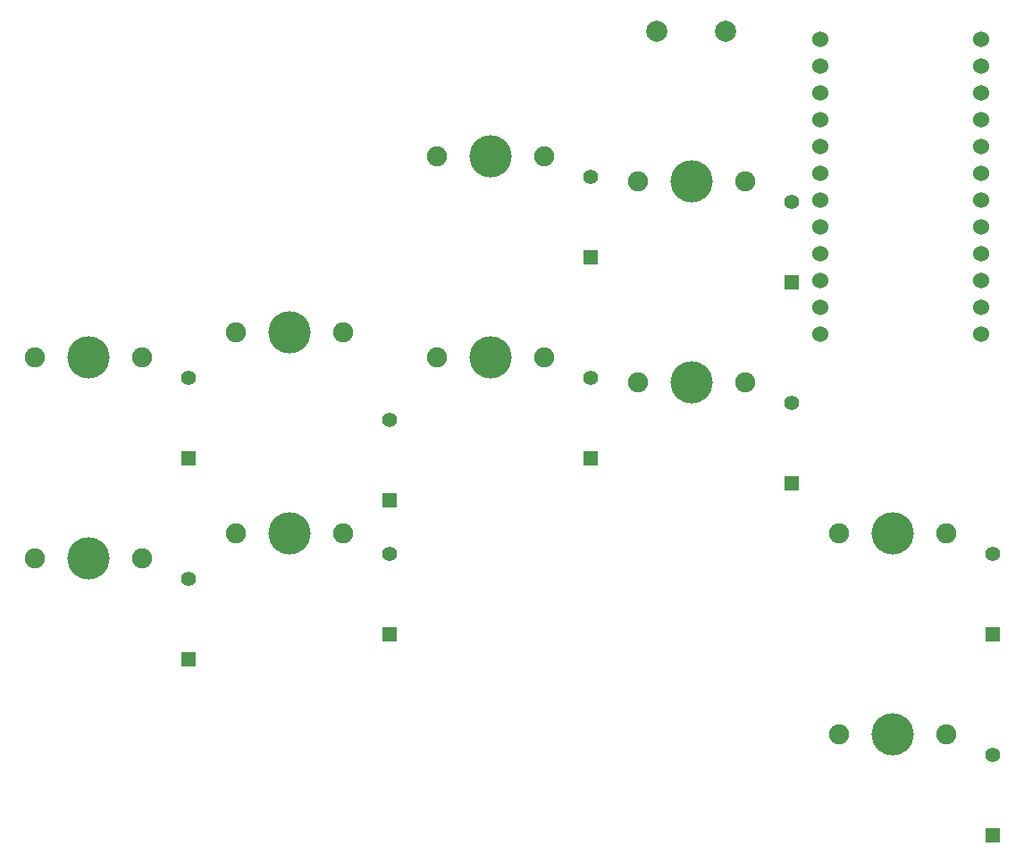
<source format=gbr>
G04 #@! TF.GenerationSoftware,KiCad,Pcbnew,7.0.9*
G04 #@! TF.CreationDate,2023-11-17T20:11:09+09:00*
G04 #@! TF.ProjectId,Assemble,41737365-6d62-46c6-952e-6b696361645f,rev?*
G04 #@! TF.SameCoordinates,Original*
G04 #@! TF.FileFunction,Soldermask,Top*
G04 #@! TF.FilePolarity,Negative*
%FSLAX46Y46*%
G04 Gerber Fmt 4.6, Leading zero omitted, Abs format (unit mm)*
G04 Created by KiCad (PCBNEW 7.0.9) date 2023-11-17 20:11:09*
%MOMM*%
%LPD*%
G01*
G04 APERTURE LIST*
%ADD10C,2.000000*%
%ADD11R,1.397000X1.397000*%
%ADD12C,1.397000*%
%ADD13C,1.900000*%
%ADD14C,4.000000*%
%ADD15C,1.524000*%
G04 APERTURE END LIST*
D10*
X91356250Y-107156250D03*
X84856250Y-107156250D03*
D11*
X78581250Y-128587500D03*
D12*
X78581250Y-120967500D03*
D11*
X59531250Y-164306250D03*
D12*
X59531250Y-156686250D03*
D13*
X25876250Y-138112500D03*
D14*
X30956250Y-138112500D03*
D13*
X36036250Y-138112500D03*
D11*
X97631250Y-150018750D03*
D12*
X97631250Y-142398750D03*
D11*
X40481250Y-147637500D03*
D12*
X40481250Y-140017500D03*
D13*
X63976250Y-138112500D03*
D14*
X69056250Y-138112500D03*
D13*
X74136250Y-138112500D03*
D11*
X116681250Y-164306250D03*
D12*
X116681250Y-156686250D03*
D11*
X116681250Y-183356250D03*
D12*
X116681250Y-175736250D03*
D13*
X44926250Y-135731250D03*
D14*
X50006250Y-135731250D03*
D13*
X55086250Y-135731250D03*
X25876250Y-157162500D03*
D14*
X30956250Y-157162500D03*
D13*
X36036250Y-157162500D03*
X83026250Y-121443750D03*
D14*
X88106250Y-121443750D03*
D13*
X93186250Y-121443750D03*
X102076250Y-154781250D03*
D14*
X107156250Y-154781250D03*
D13*
X112236250Y-154781250D03*
X44926250Y-154781250D03*
D14*
X50006250Y-154781250D03*
D13*
X55086250Y-154781250D03*
X83026250Y-140493750D03*
D14*
X88106250Y-140493750D03*
D13*
X93186250Y-140493750D03*
D11*
X59531250Y-151635000D03*
D12*
X59531250Y-144015000D03*
D11*
X97631250Y-130968750D03*
D12*
X97631250Y-123348750D03*
D11*
X40481250Y-166687500D03*
D12*
X40481250Y-159067500D03*
D11*
X78581250Y-147637500D03*
D12*
X78581250Y-140017500D03*
D13*
X102076250Y-173831250D03*
D14*
X107156250Y-173831250D03*
D13*
X112236250Y-173831250D03*
X63976250Y-119062500D03*
D14*
X69056250Y-119062500D03*
D13*
X74136250Y-119062500D03*
D15*
X115550000Y-107960000D03*
X115550000Y-110500000D03*
X115550000Y-113040000D03*
X115550000Y-115580000D03*
X115550000Y-118120000D03*
X115550000Y-120660000D03*
X115550000Y-123200000D03*
X115550000Y-125740000D03*
X115550000Y-128280000D03*
X115550000Y-130820000D03*
X115550000Y-133360000D03*
X115550000Y-135900000D03*
X100310000Y-135900000D03*
X100310000Y-133360000D03*
X100310000Y-130820000D03*
X100310000Y-128280000D03*
X100310000Y-125740000D03*
X100310000Y-123200000D03*
X100310000Y-120660000D03*
X100310000Y-118120000D03*
X100310000Y-115580000D03*
X100310000Y-113040000D03*
X100310000Y-110500000D03*
X100310000Y-107960000D03*
M02*

</source>
